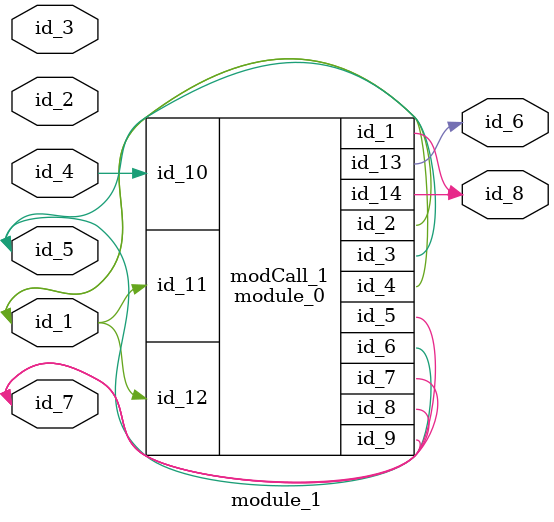
<source format=v>
module module_0 (
    id_1,
    id_2,
    id_3,
    id_4,
    id_5,
    id_6,
    id_7,
    id_8,
    id_9,
    id_10,
    id_11,
    id_12,
    id_13,
    id_14
);
  output wire id_14;
  output wire id_13;
  input wire id_12;
  input wire id_11;
  input wire id_10;
  inout wire id_9;
  output wire id_8;
  inout wire id_7;
  inout wire id_6;
  inout wire id_5;
  output wire id_4;
  inout wire id_3;
  inout wire id_2;
  output wire id_1;
  wor id_15 = -1;
endmodule
module module_1 (
    id_1,
    id_2,
    id_3,
    id_4,
    id_5,
    id_6,
    id_7,
    id_8
);
  output wire id_8;
  inout wire id_7;
  output wire id_6;
  inout wire id_5;
  input wire id_4;
  input wire id_3;
  input wire id_2;
  inout wire id_1;
  module_0 modCall_1 (
      id_8,
      id_1,
      id_5,
      id_1,
      id_7,
      id_5,
      id_7,
      id_7,
      id_7,
      id_4,
      id_1,
      id_1,
      id_6,
      id_8
  );
endmodule

</source>
